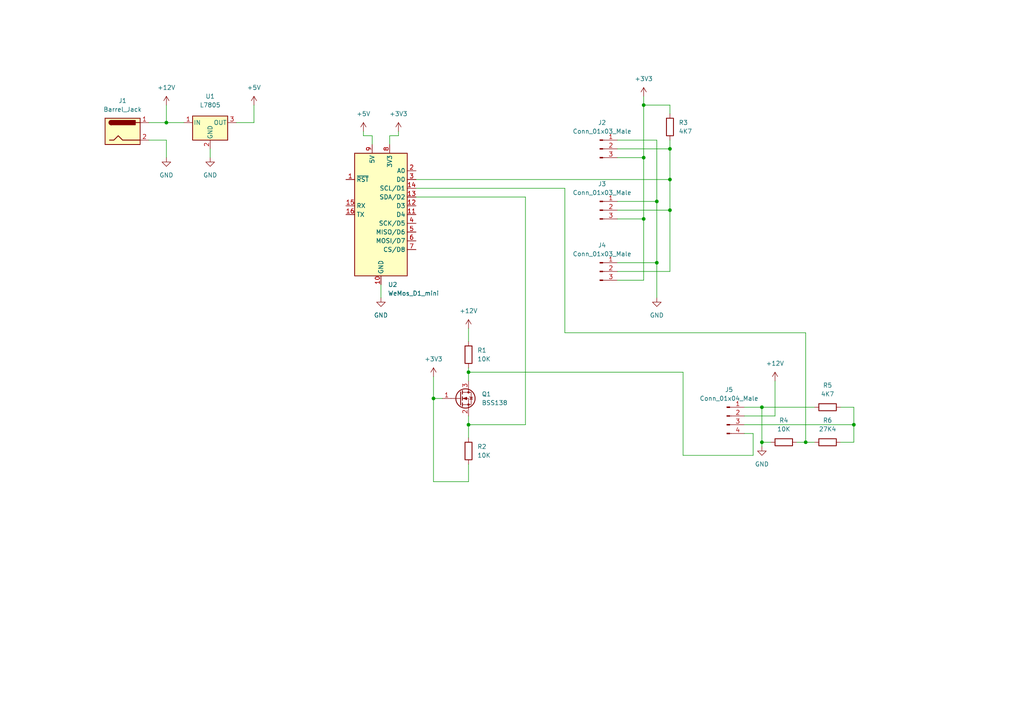
<source format=kicad_sch>
(kicad_sch (version 20211123) (generator eeschema)
  (paper "A4")
  (lib_symbols
    (symbol "Connector:Barrel_Jack" (pin_names (offset 1.016))
      (property "Reference" "J" (at 0 5.334 0))
      (property "Value" "Barrel_Jack" (at 0 -5.08 0))
      (symbol "Barrel_Jack_0_1"
        (rectangle (start -5.08 3.81) (end 5.08 -3.81) (stroke (width 0.254)) (fill (type background)))
        (arc (start -3.302 3.175) (mid -3.937 2.54) (end -3.302 1.905) (stroke (width 0.254)))
        (arc (start -3.302 3.175) (mid -3.937 2.54) (end -3.302 1.905) (stroke (width 0.254)) (fill (type outline)))
        (polyline (pts (xy 5.08 2.54) (xy 3.81 2.54)) (stroke (width 0.254)))
        (polyline (pts (xy -3.81 -2.54) (xy -2.54 -2.54) (xy -1.27 -1.27) (xy 0 -2.54) (xy 2.54 -2.54) (xy 5.08 -2.54)) (stroke (width 0.254)))
        (rectangle (start 3.683 3.175) (end -3.302 1.905) (stroke (width 0.254)) (fill (type outline)))
      )
      (symbol "Barrel_Jack_1_1"
        (pin passive line (at 7.62 2.54 180) (length 2.54) (name "~") (number "1"))
        (pin passive line (at 7.62 -2.54 180) (length 2.54) (name "~") (number "2"))
      )
    )
    (symbol "Connector:Conn_01x03_Male" (pin_names (offset 1.016) hide)
      (property "Reference" "J" (at 0 5.08 0))
      (property "Value" "Conn_01x03_Male" (at 0 -5.08 0))
      (symbol "Conn_01x03_Male_1_1"
        (polyline (pts (xy 1.27 -2.54) (xy 0.8636 -2.54)) (stroke (width 0.1524)))
        (polyline (pts (xy 1.27 0) (xy 0.8636 0)) (stroke (width 0.1524)))
        (polyline (pts (xy 1.27 2.54) (xy 0.8636 2.54)) (stroke (width 0.1524)))
        (rectangle (start 0.8636 -2.413) (end 0 -2.667) (stroke (width 0.1524)) (fill (type outline)))
        (rectangle (start 0.8636 0.127) (end 0 -0.127) (stroke (width 0.1524)) (fill (type outline)))
        (rectangle (start 0.8636 2.667) (end 0 2.413) (stroke (width 0.1524)) (fill (type outline)))
        (pin passive line (at 5.08 2.54 180) (length 3.81) (name "Pin_1") (number "1"))
        (pin passive line (at 5.08 0 180) (length 3.81) (name "Pin_2") (number "2"))
        (pin passive line (at 5.08 -2.54 180) (length 3.81) (name "Pin_3") (number "3"))
      )
    )
    (symbol "Connector:Conn_01x04_Male" (pin_names (offset 1.016) hide)
      (property "Reference" "J" (at 0 5.08 0))
      (property "Value" "Conn_01x04_Male" (at 0 -7.62 0))
      (symbol "Conn_01x04_Male_1_1"
        (polyline (pts (xy 1.27 -5.08) (xy 0.8636 -5.08)) (stroke (width 0.1524)))
        (polyline (pts (xy 1.27 -2.54) (xy 0.8636 -2.54)) (stroke (width 0.1524)))
        (polyline (pts (xy 1.27 0) (xy 0.8636 0)) (stroke (width 0.1524)))
        (polyline (pts (xy 1.27 2.54) (xy 0.8636 2.54)) (stroke (width 0.1524)))
        (rectangle (start 0.8636 -4.953) (end 0 -5.207) (stroke (width 0.1524)) (fill (type outline)))
        (rectangle (start 0.8636 -2.413) (end 0 -2.667) (stroke (width 0.1524)) (fill (type outline)))
        (rectangle (start 0.8636 0.127) (end 0 -0.127) (stroke (width 0.1524)) (fill (type outline)))
        (rectangle (start 0.8636 2.667) (end 0 2.413) (stroke (width 0.1524)) (fill (type outline)))
        (pin passive line (at 5.08 2.54 180) (length 3.81) (name "Pin_1") (number "1"))
        (pin passive line (at 5.08 0 180) (length 3.81) (name "Pin_2") (number "2"))
        (pin passive line (at 5.08 -2.54 180) (length 3.81) (name "Pin_3") (number "3"))
        (pin passive line (at 5.08 -5.08 180) (length 3.81) (name "Pin_4") (number "4"))
      )
    )
    (symbol "Device:R" (pin_numbers hide) (pin_names (offset 0))
      (property "Reference" "R" (at 2.032 0 90))
      (property "Value" "R" (at 0 0 90))
      (symbol "R_0_1"
        (rectangle (start -1.016 -2.54) (end 1.016 2.54) (stroke (width 0.254)))
      )
      (symbol "R_1_1"
        (pin passive line (at 0 3.81 270) (length 1.27) (name "~") (number "1"))
        (pin passive line (at 0 -3.81 90) (length 1.27) (name "~") (number "2"))
      )
    )
    (symbol "MCU_Module:WeMos_D1_mini"
      (property "Reference" "U" (at 3.81 19.05 0))
      (property "Value" "WeMos_D1_mini" (at 1.27 -19.05 0))
      (symbol "WeMos_D1_mini_1_1"
        (rectangle (start -7.62 17.78) (end 7.62 -17.78) (stroke (width 0.254)) (fill (type background)))
        (pin input line (at -10.16 10.16 0) (length 2.54) (name "~{RST}") (number "1"))
        (pin power_in line (at 0 -20.32 90) (length 2.54) (name "GND") (number "10"))
        (pin bidirectional line (at 10.16 0 180) (length 2.54) (name "D4") (number "11"))
        (pin bidirectional line (at 10.16 2.54 180) (length 2.54) (name "D3") (number "12"))
        (pin bidirectional line (at 10.16 5.08 180) (length 2.54) (name "SDA/D2") (number "13"))
        (pin bidirectional line (at 10.16 7.62 180) (length 2.54) (name "SCL/D1") (number "14"))
        (pin input line (at -10.16 2.54 0) (length 2.54) (name "RX") (number "15"))
        (pin output line (at -10.16 0 0) (length 2.54) (name "TX") (number "16"))
        (pin input line (at 10.16 12.7 180) (length 2.54) (name "A0") (number "2"))
        (pin bidirectional line (at 10.16 10.16 180) (length 2.54) (name "D0") (number "3"))
        (pin bidirectional line (at 10.16 -2.54 180) (length 2.54) (name "SCK/D5") (number "4"))
        (pin bidirectional line (at 10.16 -5.08 180) (length 2.54) (name "MISO/D6") (number "5"))
        (pin bidirectional line (at 10.16 -7.62 180) (length 2.54) (name "MOSI/D7") (number "6"))
        (pin bidirectional line (at 10.16 -10.16 180) (length 2.54) (name "CS/D8") (number "7"))
        (pin power_out line (at 2.54 20.32 270) (length 2.54) (name "3V3") (number "8"))
        (pin power_in line (at -2.54 20.32 270) (length 2.54) (name "5V") (number "9"))
      )
    )
    (symbol "Regulator_Linear:L7805" (pin_names (offset 0.254))
      (property "Reference" "U" (at -3.81 3.175 0))
      (property "Value" "L7805" (at 0 3.175 0))
      (symbol "L7805_0_1"
        (rectangle (start -5.08 1.905) (end 5.08 -5.08) (stroke (width 0.254)) (fill (type background)))
      )
      (symbol "L7805_1_1"
        (pin power_in line (at -7.62 0 0) (length 2.54) (name "IN") (number "1"))
        (pin power_in line (at 0 -7.62 90) (length 2.54) (name "GND") (number "2"))
        (pin power_out line (at 7.62 0 180) (length 2.54) (name "OUT") (number "3"))
      )
    )
    (symbol "Transistor_FET:BSS138" (pin_names hide)
      (property "Reference" "Q" (at 5.08 1.905 0))
      (property "Value" "BSS138" (at 5.08 0 0))
      (symbol "BSS138_0_1"
        (polyline (pts (xy 0.254 0) (xy -2.54 0)))
        (polyline (pts (xy 0.254 1.905) (xy 0.254 -1.905)) (stroke (width 0.254)))
        (polyline (pts (xy 0.762 -1.27) (xy 0.762 -2.286)) (stroke (width 0.254)))
        (polyline (pts (xy 0.762 0.508) (xy 0.762 -0.508)) (stroke (width 0.254)))
        (polyline (pts (xy 0.762 2.286) (xy 0.762 1.27)) (stroke (width 0.254)))
        (polyline (pts (xy 2.54 2.54) (xy 2.54 1.778)))
        (polyline (pts (xy 2.54 -2.54) (xy 2.54 0) (xy 0.762 0)))
        (polyline (pts (xy 0.762 -1.778) (xy 3.302 -1.778) (xy 3.302 1.778) (xy 0.762 1.778)))
        (polyline (pts (xy 1.016 0) (xy 2.032 0.381) (xy 2.032 -0.381) (xy 1.016 0)) (fill (type outline)))
        (polyline (pts (xy 2.794 0.508) (xy 2.921 0.381) (xy 3.683 0.381) (xy 3.81 0.254)))
        (polyline (pts (xy 3.302 0.381) (xy 2.921 -0.254) (xy 3.683 -0.254) (xy 3.302 0.381)))
        (circle (center 1.651 0) (radius 2.794) (stroke (width 0.254)))
        (circle (center 2.54 -1.778) (radius 0.254) (fill (type outline)))
        (circle (center 2.54 1.778) (radius 0.254) (fill (type outline)))
      )
      (symbol "BSS138_1_1"
        (pin input line (at -5.08 0 0) (length 2.54) (name "G") (number "1"))
        (pin passive line (at 2.54 -5.08 90) (length 2.54) (name "S") (number "2"))
        (pin passive line (at 2.54 5.08 270) (length 2.54) (name "D") (number "3"))
      )
    )
    (symbol "power:+12V" (power) (pin_names (offset 0))
      (property "Value" "+12V" (at 0 3.556 0))
      (symbol "+12V_0_1"
        (polyline (pts (xy -0.762 1.27) (xy 0 2.54)))
        (polyline (pts (xy 0 0) (xy 0 2.54)))
        (polyline (pts (xy 0 2.54) (xy 0.762 1.27)))
      )
      (symbol "+12V_1_1"
        (pin power_in line (at 0 0 90) (length 0) hide (name "+12V") (number "1"))
      )
    )
    (symbol "power:+3.3V" (power) (pin_names (offset 0))
      (property "Value" "+3.3V" (at 0 3.556 0))
      (symbol "+3.3V_0_1"
        (polyline (pts (xy -0.762 1.27) (xy 0 2.54)))
        (polyline (pts (xy 0 0) (xy 0 2.54)))
        (polyline (pts (xy 0 2.54) (xy 0.762 1.27)))
      )
      (symbol "+3.3V_1_1"
        (pin power_in line (at 0 0 90) (length 0) hide (name "+3V3") (number "1"))
      )
    )
    (symbol "power:+5V" (power) (pin_names (offset 0))
      (property "Value" "+5V" (at 0 3.556 0))
      (symbol "+5V_0_1"
        (polyline (pts (xy -0.762 1.27) (xy 0 2.54)))
        (polyline (pts (xy 0 0) (xy 0 2.54)))
        (polyline (pts (xy 0 2.54) (xy 0.762 1.27)))
      )
      (symbol "+5V_1_1"
        (pin power_in line (at 0 0 90) (length 0) hide (name "+5V") (number "1"))
      )
    )
    (symbol "power:GND" (power) (pin_names (offset 0))
      (property "Value" "GND" (at 0 -3.81 0))
      (symbol "GND_0_1"
        (polyline (pts (xy 0 0) (xy 0 -1.27) (xy 1.27 -1.27) (xy 0 -2.54) (xy -1.27 -1.27) (xy 0 -1.27)))
      )
      (symbol "GND_1_1"
        (pin power_in line (at 0 0 270) (length 0) hide (name "GND") (number "1"))
      )
    )
  )
  (junction (at 220.98 128.27))
  (junction (at 48.26 35.56))
  (junction (at 194.31 52.07))
  (junction (at 125.73 115.57))
  (junction (at 186.69 30.48))
  (junction (at 247.65 123.19))
  (junction (at 135.89 123.19))
  (junction (at 186.69 45.72))
  (junction (at 220.98 118.11))
  (junction (at 190.5 58.42))
  (junction (at 186.69 63.5))
  (junction (at 233.68 128.27))
  (junction (at 190.5 76.2))
  (junction (at 135.89 107.95))
  (junction (at 194.31 43.18))
  (junction (at 194.31 60.96))
  (wire (pts (xy 215.9 118.11) (xy 220.98 118.11)))
  (wire (pts (xy 233.68 96.52) (xy 163.83 96.52)))
  (wire (pts (xy 194.31 52.07) (xy 194.31 60.96)))
  (wire (pts (xy 48.26 30.48) (xy 48.26 35.56)))
  (wire (pts (xy 194.31 43.18) (xy 194.31 52.07)))
  (wire (pts (xy 48.26 40.64) (xy 48.26 45.72)))
  (wire (pts (xy 190.5 58.42) (xy 190.5 76.2)))
  (wire (pts (xy 163.83 54.61) (xy 120.65 54.61)))
  (wire (pts (xy 224.79 120.65) (xy 215.9 120.65)))
  (wire (pts (xy 179.07 78.74) (xy 194.31 78.74)))
  (wire (pts (xy 179.07 58.42) (xy 190.5 58.42)))
  (wire (pts (xy 218.44 125.73) (xy 215.9 125.73)))
  (wire (pts (xy 243.84 128.27) (xy 247.65 128.27)))
  (wire (pts (xy 186.69 27.94) (xy 186.69 30.48)))
  (wire (pts (xy 179.07 81.28) (xy 186.69 81.28)))
  (wire (pts (xy 179.07 40.64) (xy 190.5 40.64)))
  (wire (pts (xy 107.95 39.37) (xy 107.95 41.91)))
  (wire (pts (xy 73.66 35.56) (xy 73.66 30.48)))
  (wire (pts (xy 53.34 35.56) (xy 48.26 35.56)))
  (wire (pts (xy 113.03 39.37) (xy 113.03 41.91)))
  (wire (pts (xy 152.4 57.15) (xy 120.65 57.15)))
  (wire (pts (xy 68.58 35.56) (xy 73.66 35.56)))
  (wire (pts (xy 179.07 60.96) (xy 194.31 60.96)))
  (wire (pts (xy 198.12 132.08) (xy 218.44 132.08)))
  (wire (pts (xy 233.68 128.27) (xy 233.68 96.52)))
  (wire (pts (xy 247.65 118.11) (xy 243.84 118.11)))
  (wire (pts (xy 233.68 128.27) (xy 236.22 128.27)))
  (wire (pts (xy 135.89 107.95) (xy 135.89 110.49)))
  (wire (pts (xy 125.73 139.7) (xy 125.73 115.57)))
  (wire (pts (xy 194.31 33.02) (xy 194.31 30.48)))
  (wire (pts (xy 152.4 123.19) (xy 152.4 57.15)))
  (wire (pts (xy 220.98 128.27) (xy 223.52 128.27)))
  (wire (pts (xy 186.69 45.72) (xy 186.69 63.5)))
  (wire (pts (xy 43.18 40.64) (xy 48.26 40.64)))
  (wire (pts (xy 224.79 110.49) (xy 224.79 120.65)))
  (wire (pts (xy 190.5 76.2) (xy 190.5 86.36)))
  (wire (pts (xy 135.89 95.25) (xy 135.89 99.06)))
  (wire (pts (xy 163.83 96.52) (xy 163.83 54.61)))
  (wire (pts (xy 115.57 38.1) (xy 115.57 39.37)))
  (wire (pts (xy 105.41 38.1) (xy 105.41 39.37)))
  (wire (pts (xy 135.89 139.7) (xy 125.73 139.7)))
  (wire (pts (xy 179.07 76.2) (xy 190.5 76.2)))
  (wire (pts (xy 120.65 52.07) (xy 194.31 52.07)))
  (wire (pts (xy 60.96 43.18) (xy 60.96 45.72)))
  (wire (pts (xy 194.31 40.64) (xy 194.31 43.18)))
  (wire (pts (xy 194.31 30.48) (xy 186.69 30.48)))
  (wire (pts (xy 125.73 109.22) (xy 125.73 115.57)))
  (wire (pts (xy 186.69 45.72) (xy 179.07 45.72)))
  (wire (pts (xy 179.07 63.5) (xy 186.69 63.5)))
  (wire (pts (xy 190.5 40.64) (xy 190.5 58.42)))
  (wire (pts (xy 186.69 30.48) (xy 186.69 45.72)))
  (wire (pts (xy 125.73 115.57) (xy 128.27 115.57)))
  (wire (pts (xy 135.89 106.68) (xy 135.89 107.95)))
  (wire (pts (xy 135.89 123.19) (xy 135.89 127)))
  (wire (pts (xy 218.44 132.08) (xy 218.44 125.73)))
  (wire (pts (xy 198.12 107.95) (xy 198.12 132.08)))
  (wire (pts (xy 247.65 128.27) (xy 247.65 123.19)))
  (wire (pts (xy 115.57 39.37) (xy 113.03 39.37)))
  (wire (pts (xy 135.89 120.65) (xy 135.89 123.19)))
  (wire (pts (xy 194.31 78.74) (xy 194.31 60.96)))
  (wire (pts (xy 220.98 128.27) (xy 220.98 129.54)))
  (wire (pts (xy 186.69 81.28) (xy 186.69 63.5)))
  (wire (pts (xy 110.49 82.55) (xy 110.49 86.36)))
  (wire (pts (xy 105.41 39.37) (xy 107.95 39.37)))
  (wire (pts (xy 179.07 43.18) (xy 194.31 43.18)))
  (wire (pts (xy 220.98 118.11) (xy 220.98 128.27)))
  (wire (pts (xy 220.98 118.11) (xy 236.22 118.11)))
  (wire (pts (xy 231.14 128.27) (xy 233.68 128.27)))
  (wire (pts (xy 43.18 35.56) (xy 48.26 35.56)))
  (wire (pts (xy 215.9 123.19) (xy 247.65 123.19)))
  (wire (pts (xy 247.65 123.19) (xy 247.65 118.11)))
  (wire (pts (xy 135.89 134.62) (xy 135.89 139.7)))
  (wire (pts (xy 135.89 123.19) (xy 152.4 123.19)))
  (wire (pts (xy 135.89 107.95) (xy 198.12 107.95)))
  (symbol (lib_id "power:GND") (at 48.26 45.72 0) (unit 1)
    (property "Reference" "#PWR0102" (effects hide))
    (property "Value" "GND" (at 48.26 50.8 0))
  )
  (symbol (lib_id "power:+12V") (at 135.89 95.25 0) (unit 1)
    (property "Reference" "#PWR0112" (effects hide))
    (property "Value" "+12V" (at 135.89 90.17 0))
  )
  (symbol (lib_id "power:GND") (at 220.98 129.54 0) (unit 1)
    (property "Reference" "#PWR0109" (effects hide))
    (property "Value" "GND" (at 220.98 134.62 0))
  )
  (symbol (lib_id "Connector:Conn_01x04_Male") (at 210.82 120.65 0) (unit 1)
    (property "Reference" "J5" (at 211.455 113.03 0))
    (property "Value" "Conn_01x04_Male" (at 211.455 115.57 0))
    (property "Footprint" "Connector_PinHeader_2.54mm:PinHeader_1x04_P2.54mm_Vertical" (effects hide))
  )
  (symbol (lib_id "power:+12V") (at 48.26 30.48 0) (unit 1)
    (property "Reference" "#PWR0104" (effects hide))
    (property "Value" "+12V" (at 48.26 25.4 0))
  )
  (symbol (lib_id "Regulator_Linear:L7805") (at 60.96 35.56 0) (unit 1)
    (property "Reference" "U1" (at 60.96 27.94 0))
    (property "Value" "L7805" (at 60.96 30.48 0))
    (property "Footprint" "Package_TO_SOT_THT:TO-220-3_Vertical" (effects hide))
    (property "Datasheet" "http://www.st.com/content/ccc/resource/technical/document/datasheet/41/4f/b3/b0/12/d4/47/88/CD00000444.pdf/files/CD00000444.pdf/jcr:content/translations/en.CD00000444.pdf" (effects hide))
  )
  (symbol (lib_id "power:+3.3V") (at 186.69 27.94 0) (unit 1)
    (property "Reference" "#PWR0108" (effects hide))
    (property "Value" "+3.3V" (at 186.69 22.86 0))
  )
  (symbol (lib_id "Device:R") (at 227.33 128.27 90) (unit 1)
    (property "Reference" "R4" (at 227.33 121.92 90))
    (property "Value" "10K" (at 227.33 124.46 90))
    (property "Footprint" "Resistor_SMD:R_1206_3216Metric_Pad1.30x1.75mm_HandSolder" (effects hide))
  )
  (symbol (lib_id "power:+5V") (at 73.66 30.48 0) (unit 1)
    (property "Reference" "#PWR0105" (effects hide))
    (property "Value" "+5V" (at 73.66 25.4 0))
  )
  (symbol (lib_id "Connector:Conn_01x03_Male") (at 173.99 60.96 0) (unit 1)
    (property "Reference" "J3" (at 174.625 53.34 0))
    (property "Value" "Conn_01x03_Male" (at 174.625 55.88 0))
    (property "Footprint" "Connector_JST:JST_XH_B3B-XH-A_1x03_P2.50mm_Vertical" (effects hide))
  )
  (symbol (lib_id "power:GND") (at 190.5 86.36 0) (unit 1)
    (property "Reference" "#PWR0110" (effects hide))
    (property "Value" "GND" (at 190.5 91.44 0))
  )
  (symbol (lib_id "Connector:Barrel_Jack") (at 35.56 38.1 0) (unit 1)
    (property "Reference" "J1" (at 35.56 29.21 0))
    (property "Value" "Barrel_Jack" (at 35.56 31.75 0))
    (property "Footprint" "Connector_BarrelJack:BarrelJack_GCT_DCJ200-10-A_Horizontal" (effects hide))
  )
  (symbol (lib_id "power:+3.3V") (at 115.57 38.1 0) (unit 1)
    (property "Reference" "#PWR0106" (effects hide))
    (property "Value" "+3.3V" (at 115.57 33.02 0))
  )
  (symbol (lib_id "MCU_Module:WeMos_D1_mini") (at 110.49 62.23 0) (unit 1)
    (property "Reference" "U2" (at 112.5094 82.55 0) (effects (justify left)))
    (property "Value" "WeMos_D1_mini" (at 112.5094 85.09 0) (effects (justify left)))
    (property "Footprint" "Module:WEMOS_D1_mini_light" (effects hide))
    (property "Datasheet" "https://wiki.wemos.cc/products:d1:d1_mini#documentation" (effects hide))
  )
  (symbol (lib_id "Device:R") (at 240.03 118.11 90) (unit 1)
    (property "Reference" "R5" (at 240.03 111.76 90))
    (property "Value" "4K7" (at 240.03 114.3 90))
    (property "Footprint" "Resistor_SMD:R_1206_3216Metric_Pad1.30x1.75mm_HandSolder" (effects hide))
  )
  (symbol (lib_id "power:+3.3V") (at 125.73 109.22 0) (unit 1)
    (property "Reference" "#PWR0113" (effects hide))
    (property "Value" "+3.3V" (at 125.73 104.14 0))
  )
  (symbol (lib_id "Transistor_FET:BSS138") (at 133.35 115.57 0) (unit 1)
    (property "Reference" "Q1" (at 139.7 114.2999 0) (effects (justify left)))
    (property "Value" "BSS138" (at 139.7 116.8399 0) (effects (justify left)))
    (property "Footprint" "Package_TO_SOT_SMD:SOT-23" (effects hide))
    (property "Datasheet" "https://www.onsemi.com/pub/Collateral/BSS138-D.PDF" (effects hide))
  )
  (symbol (lib_id "power:+5V") (at 105.41 38.1 0) (unit 1)
    (property "Reference" "#PWR0107" (effects hide))
    (property "Value" "+5V" (at 105.41 33.02 0))
  )
  (symbol (lib_id "Device:R") (at 135.89 102.87 0) (unit 1)
    (property "Reference" "R1" (at 138.43 101.5999 0) (effects (justify left)))
    (property "Value" "10K" (at 138.43 104.1399 0) (effects (justify left)))
    (property "Footprint" "Resistor_SMD:R_1206_3216Metric_Pad1.30x1.75mm_HandSolder" (effects hide))
  )
  (symbol (lib_id "Connector:Conn_01x03_Male") (at 173.99 78.74 0) (unit 1)
    (property "Reference" "J4" (at 174.625 71.12 0))
    (property "Value" "Conn_01x03_Male" (at 174.625 73.66 0))
    (property "Footprint" "Connector_JST:JST_XH_B3B-XH-A_1x03_P2.50mm_Vertical" (effects hide))
  )
  (symbol (lib_id "Device:R") (at 135.89 130.81 0) (unit 1)
    (property "Reference" "R2" (at 138.43 129.5399 0) (effects (justify left)))
    (property "Value" "10K" (at 138.43 132.0799 0) (effects (justify left)))
    (property "Footprint" "Resistor_SMD:R_1206_3216Metric_Pad1.30x1.75mm_HandSolder" (effects hide))
  )
  (symbol (lib_id "Connector:Conn_01x03_Male") (at 173.99 43.18 0) (unit 1)
    (property "Reference" "J2" (at 174.625 35.56 0))
    (property "Value" "Conn_01x03_Male" (at 174.625 38.1 0))
    (property "Footprint" "Connector_JST:JST_XH_B3B-XH-A_1x03_P2.50mm_Vertical" (effects hide))
  )
  (symbol (lib_id "power:+12V") (at 224.79 110.49 0) (unit 1)
    (property "Reference" "#PWR0111" (effects hide))
    (property "Value" "+12V" (at 224.79 105.41 0))
  )
  (symbol (lib_id "Device:R") (at 240.03 128.27 90) (unit 1)
    (property "Reference" "R6" (at 240.03 121.92 90))
    (property "Value" "27K4" (at 240.03 124.46 90))
    (property "Footprint" "Resistor_SMD:R_1206_3216Metric_Pad1.30x1.75mm_HandSolder" (effects hide))
  )
  (symbol (lib_id "Device:R") (at 194.31 36.83 180) (unit 1)
    (property "Reference" "R3" (at 196.85 35.5599 0) (effects (justify right)))
    (property "Value" "4K7" (at 196.85 38.0999 0) (effects (justify right)))
    (property "Footprint" "Resistor_SMD:R_1206_3216Metric_Pad1.30x1.75mm_HandSolder" (effects hide))
  )
  (symbol (lib_id "power:GND") (at 60.96 45.72 0) (unit 1)
    (property "Reference" "#PWR0103" (effects hide))
    (property "Value" "GND" (at 60.96 50.8 0))
  )
  (symbol (lib_id "power:GND") (at 110.49 86.36 0) (unit 1)
    (property "Reference" "#PWR0101" (effects hide))
    (property "Value" "GND" (at 110.49 91.44 0))
  )
)
</source>
